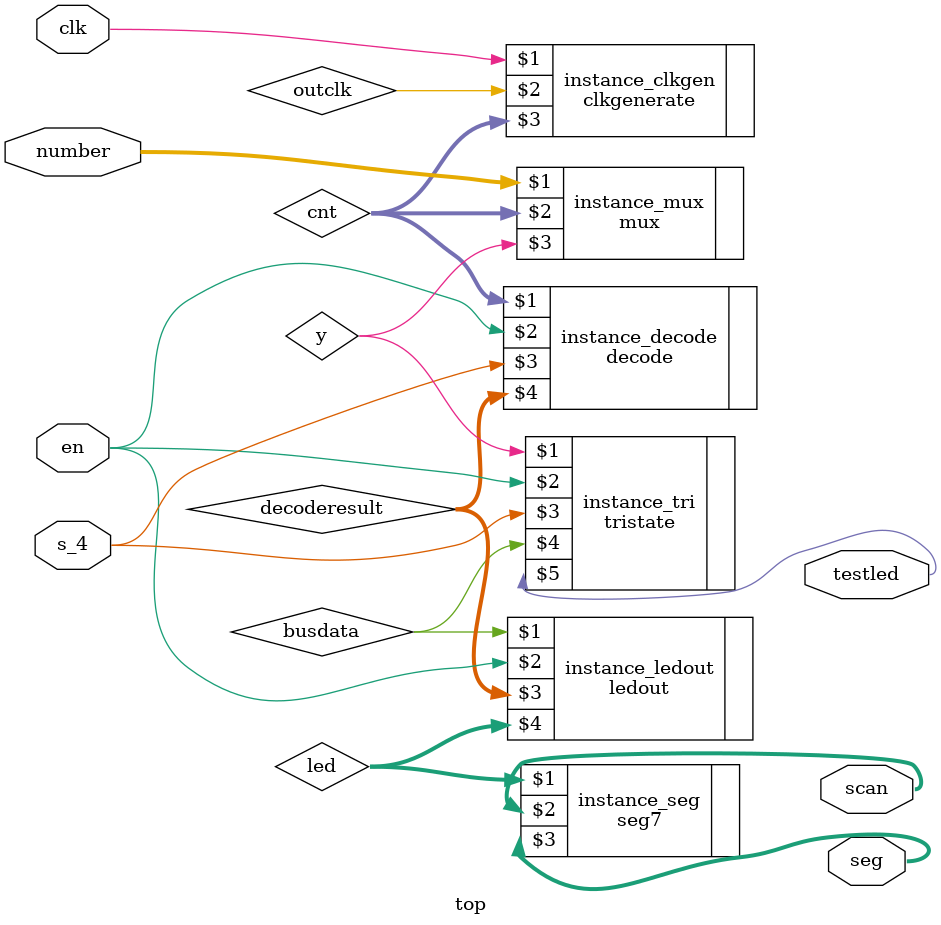
<source format=v>
`timescale 1ns / 1ps


module top(input [3:0] number, input clk, input en, input s_4, output wire testled, output wire [7:0] scan, output wire [6:0] seg);

//--------------------Éú³ÉÊ±ÖÓºÍ¼ÆÊýÆ÷ÎÊÑ¯ÐÅºÅ--------------------//
wire outclk;
wire [1:0] cnt;
clkgenerate instance_clkgen(clk, outclk, cnt);

//--------------------Ñ¡ÔñÆ÷¹¤×÷--------------------//
wire y;
mux instance_mux(number,cnt,y);

//--------------------ÈýÌ¬Ñ¡ÔñÆ÷¹¤×÷--------------------//
wire busdata;
tristate instance_tri(y, en, s_4, busdata, testled);

//--------------------ÒëÂëÆ÷¹¤×÷--------------------//
wire [3:0] decoderesult;
decode instance_decode(cnt, en, s_4, decoderesult);

//--------------------LEDÏÔÊ¾--------------------//
wire [3:0] led;
ledout instance_ledout(busdata, en, decoderesult, led);

//--------------------Æß¶ÎÏÔÊ¾--------------------//
seg7 instance_seg(led, scan, seg);

endmodule

</source>
